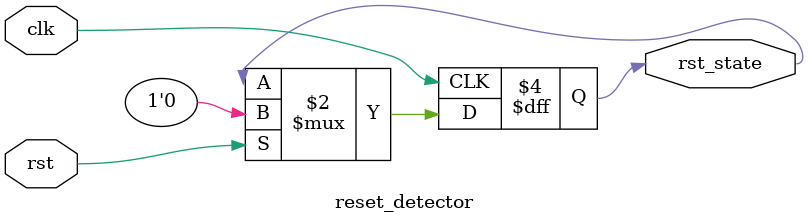
<source format=v>
`timescale 1ns / 1ps
module reset_detector(
    input clk,
    input rst,
    output reg rst_state = 1'b1
    );

//initial rst_state = 1'b1;
always @(posedge clk) rst_state <= (rst) ? 1'b0 : rst_state;


endmodule

</source>
